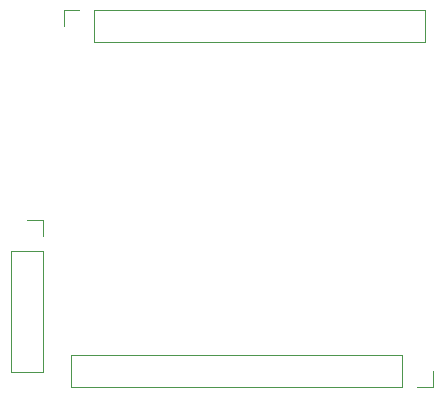
<source format=gbo>
G04 #@! TF.FileFunction,Legend,Bot*
%FSLAX46Y46*%
G04 Gerber Fmt 4.6, Leading zero omitted, Abs format (unit mm)*
G04 Created by KiCad (PCBNEW 4.0.7-e2-6376~58~ubuntu17.04.1) date Sat Oct 28 19:32:16 2017*
%MOMM*%
%LPD*%
G01*
G04 APERTURE LIST*
%ADD10C,0.100000*%
%ADD11C,0.120000*%
G04 APERTURE END LIST*
D10*
D11*
X166370000Y-127060000D02*
X138370000Y-127060000D01*
X138370000Y-127060000D02*
X138370000Y-124400000D01*
X138370000Y-124400000D02*
X166370000Y-124400000D01*
X166370000Y-124400000D02*
X166370000Y-127060000D01*
X167640000Y-127060000D02*
X168970000Y-127060000D01*
X168970000Y-127060000D02*
X168970000Y-125730000D01*
X135950000Y-115570000D02*
X135950000Y-125790000D01*
X135950000Y-125790000D02*
X133290000Y-125790000D01*
X133290000Y-125790000D02*
X133290000Y-115570000D01*
X133290000Y-115570000D02*
X135950000Y-115570000D01*
X135950000Y-114300000D02*
X135950000Y-112970000D01*
X135950000Y-112970000D02*
X134620000Y-112970000D01*
X140335000Y-95190000D02*
X168335000Y-95190000D01*
X168335000Y-95190000D02*
X168335000Y-97850000D01*
X168335000Y-97850000D02*
X140335000Y-97850000D01*
X140335000Y-97850000D02*
X140335000Y-95190000D01*
X139065000Y-95190000D02*
X137735000Y-95190000D01*
X137735000Y-95190000D02*
X137735000Y-96520000D01*
M02*

</source>
